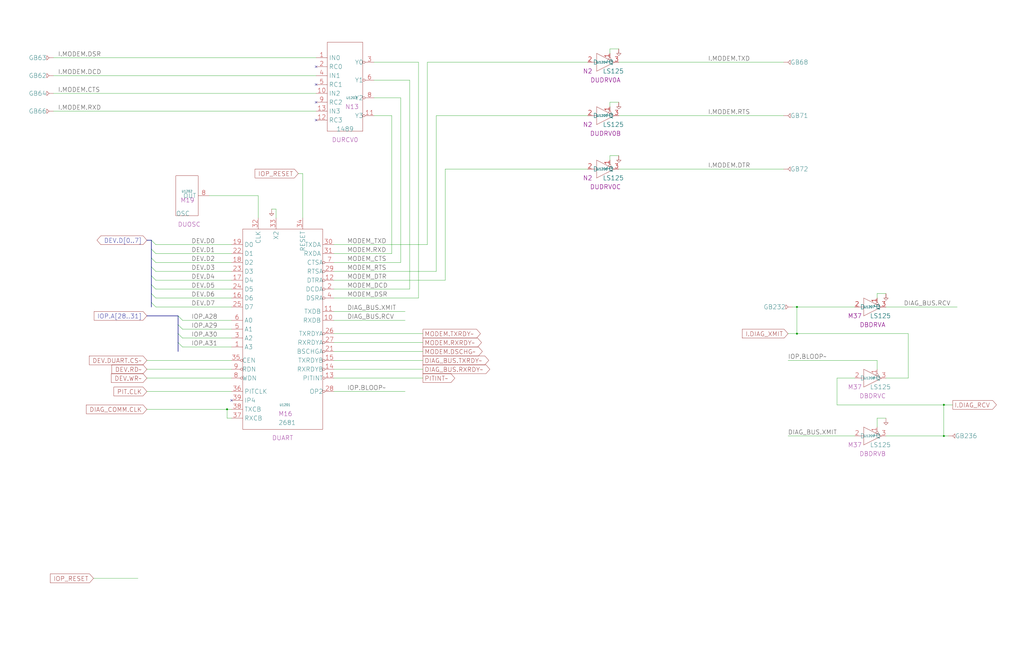
<source format=kicad_sch>
(kicad_sch (version 20250114) (generator "eeschema") (generator_version "9.0")
  (paper "User" 584.2 378.46)
  (title_block (title "DEVICES\\nPIT / MODEM / DIAG BUS") (date "22-SEP-90") (rev "2.0") (comment 1 "IOC") (comment 2 "232-003061") (comment 3 "S400") (comment 4 "RELEASED"))
  (lib_symbols
    (symbol "r1000:1489" (pin_names (offset 1.016))
      (property "Reference" "U" (at 2.54 5.08 0))
      (property "Value" "1489" (at -6.35 -12.7 0))
      (property "Location" "___" (at -1.27 0 0))
      (property "Name" "______" (at -1.27 -20.32 0))
      (symbol "1489_1_1"
        (rectangle (start -11.43 36.83) (end 8.89 -13.97))
        (circle (center 9.525 25.4) (radius 0.635))
        (circle (center 9.525 15.24) (radius 0.635))
        (circle (center 9.525 5.08) (radius 0.635))
        (circle (center 9.525 -5.08) (radius 0.635))
        (pin input line (at -17.78 27.94 0) (length 6.35) (name "IN0") (number "1"))
        (pin input line (at -17.78 22.86 0) (length 6.35) (name "RC0") (number "2"))
        (pin input line (at -17.78 17.78 0) (length 6.35) (name "IN1") (number "4"))
        (pin input line (at -17.78 12.7 0) (length 6.35) (name "RC1") (number "5"))
        (pin input line (at -17.78 7.62 0) (length 6.35) (name "IN2") (number "10"))
        (pin input line (at -17.78 2.54 0) (length 6.35) (name "RC2") (number "9"))
        (pin input line (at -17.78 -2.54 0) (length 6.35) (name "IN3") (number "13"))
        (pin input line (at -17.78 -7.62 0) (length 6.35) (name "RC3") (number "12"))
        (pin output line (at 15.24 25.4 180) (length 5.08) (name "Y0") (number "3"))
        (pin output line (at 15.24 15.24 180) (length 5.08) (name "Y1") (number "6"))
        (pin output line (at 15.24 5.08 180) (length 5.08) (name "Y2") (number "8"))
        (pin output line (at 15.24 -5.08 180) (length 5.08) (name "Y3") (number "11"))
      )
    )
    (symbol "r1000:2681" (pin_names (offset 1.016))
      (property "Reference" "U" (at 2.54 5.08 0))
      (property "Value" "2681" (at -1.27 -5.08 0))
      (property "Location" "___" (at -1.27 0 0))
      (property "Name" "______" (at 1.27 -15.24 0))
      (symbol "2681_1_1"
        (circle (center -22.225 30.48) (radius 0.635))
        (circle (center -22.225 25.4) (radius 0.635))
        (circle (center -22.225 20.32) (radius 0.635))
        (rectangle (start -21.59 105.41) (end 24.13 -8.89))
        (circle (center 24.765 86.36) (radius 0.635))
        (circle (center 24.765 81.28) (radius 0.635))
        (circle (center 24.765 76.2) (radius 0.635))
        (circle (center 24.765 71.12) (radius 0.635))
        (circle (center 24.765 66.04) (radius 0.635))
        (circle (center 24.765 45.72) (radius 0.635))
        (circle (center 24.765 40.64) (radius 0.635))
        (circle (center 24.765 35.56) (radius 0.635))
        (circle (center 24.765 30.48) (radius 0.635))
        (circle (center 24.765 25.4) (radius 0.635))
        (circle (center 24.765 20.32) (radius 0.635))
        (circle (center 24.765 12.7) (radius 0.635))
        (pin bidirectional line (at -27.94 96.52 0) (length 6.35) (name "D0") (number "19"))
        (pin bidirectional line (at -27.94 91.44 0) (length 6.35) (name "D1") (number "22"))
        (pin bidirectional line (at -27.94 86.36 0) (length 6.35) (name "D2") (number "18"))
        (pin bidirectional line (at -27.94 81.28 0) (length 6.35) (name "D3") (number "23"))
        (pin bidirectional line (at -27.94 76.2 0) (length 6.35) (name "D4") (number "17"))
        (pin bidirectional line (at -27.94 71.12 0) (length 6.35) (name "D5") (number "24"))
        (pin bidirectional line (at -27.94 66.04 0) (length 6.35) (name "D6") (number "16"))
        (pin bidirectional line (at -27.94 60.96 0) (length 6.35) (name "D7") (number "25"))
        (pin input line (at -27.94 53.34 0) (length 6.35) (name "A0") (number "6"))
        (pin input line (at -27.94 48.26 0) (length 6.35) (name "A1") (number "5"))
        (pin input line (at -27.94 43.18 0) (length 6.35) (name "A2") (number "3"))
        (pin input line (at -27.94 38.1 0) (length 6.35) (name "A3") (number "1"))
        (pin input line (at -27.94 30.48 0) (length 5.08) (name "CEN") (number "35"))
        (pin input line (at -27.94 25.4 0) (length 5.08) (name "RDN") (number "9"))
        (pin input line (at -27.94 20.32 0) (length 5.08) (name "WDN") (number "8"))
        (pin input line (at -27.94 12.7 0) (length 6.35) (name "PITCLK") (number "36"))
        (pin input line (at -27.94 7.62 0) (length 6.35) (name "IP4") (number "39"))
        (pin input line (at -27.94 2.54 0) (length 6.35) (name "TXCB") (number "38"))
        (pin input line (at -27.94 -2.54 0) (length 6.35) (name "RXCB") (number "37"))
        (pin input line (at -12.7 111.76 270) (length 6.35) (name "CLK") (number "32"))
        (pin input line (at -2.54 111.76 270) (length 6.35) (name "X2") (number "33"))
        (pin input line (at 12.7 111.76 270) (length 6.35) (name "RESET") (number "34"))
        (pin output line (at 30.48 96.52 180) (length 6.35) (name "TXDA") (number "30"))
        (pin input line (at 30.48 91.44 180) (length 6.35) (name "RXDA") (number "31"))
        (pin input line (at 30.48 86.36 180) (length 5.08) (name "CTSA") (number "7"))
        (pin output line (at 30.48 81.28 180) (length 5.08) (name "RTSA") (number "29"))
        (pin output line (at 30.48 76.2 180) (length 5.08) (name "DTRA") (number "12"))
        (pin input line (at 30.48 71.12 180) (length 5.08) (name "DCDA") (number "2"))
        (pin input line (at 30.48 66.04 180) (length 5.08) (name "DSRA") (number "4"))
        (pin output line (at 30.48 58.42 180) (length 6.35) (name "TXDB") (number "11"))
        (pin input line (at 30.48 53.34 180) (length 6.35) (name "RXDB") (number "10"))
        (pin output line (at 30.48 45.72 180) (length 5.08) (name "TXRDYA") (number "26"))
        (pin output line (at 30.48 40.64 180) (length 5.08) (name "RXRDYA") (number "27"))
        (pin output line (at 30.48 35.56 180) (length 5.08) (name "BSCHGA") (number "21"))
        (pin output line (at 30.48 30.48 180) (length 5.08) (name "TXRDYB") (number "15"))
        (pin output line (at 30.48 25.4 180) (length 5.08) (name "RXRDYB") (number "14"))
        (pin output line (at 30.48 20.32 180) (length 5.08) (name "PITINT") (number "13"))
        (pin output line (at 30.48 12.7 180) (length 5.08) (name "OP2") (number "28"))
      )
    )
    (symbol "r1000:GB" (pin_numbers (hide yes)) (pin_names (offset 0) (hide yes))
      (property "Reference" "GB" (at 3.81 0 0))
      (symbol "GB_0_1"
        (polyline (pts (xy 2.54 0) (xy 3.81 1.27) (xy 3.81 -1.27) (xy 2.54 0)) (stroke (width 0.1524)))
      )
      (symbol "GB_1_1"
        (pin bidirectional line (at 0 0 0) (length 2.54) (name "") (number "1"))
      )
    )
    (symbol "r1000:LS125"
      (property "Reference" "U" (at 0.635 0 0))
      (property "Value" "LS125" (at 6.985 -5.08 0))
      (property "Location" "___" (at -7.62 -5.08 0))
      (property "Name" "______" (at 2.54 -10.16 0))
      (symbol "LS125_0_1"
        (polyline (pts (xy -5.08 0) (xy -2.54 0)) (stroke (width 0.1524)))
        (polyline (pts (xy -2.54 5.08) (xy -2.54 -5.08)) (stroke (width 0.1524)))
        (circle (center 5.08 1.905) (radius 0.635) (stroke (width 0.1524)))
        (polyline (pts (xy 7.62 0) (xy -2.54 5.08)) (stroke (width 0.1524)))
        (polyline (pts (xy 7.62 0) (xy -2.54 -5.08)) (stroke (width 0.1524)))
      )
      (symbol "LS125_1_1"
        (pin input line (at -7.62 0 0) (length 2.54) (name "D") (number "2"))
        (pin input line (at 5.08 5.08 270) (length 2.54) (name "E") (number "1"))
        (pin tri_state line (at 10.16 0 180) (length 2.54) (name "Q") (number "3"))
      )
    )
    (symbol "r1000:OSC" (pin_names (offset 1.016))
      (property "Reference" "U" (at 2.54 5.08 0))
      (property "Value" "OSC" (at -3.81 -7.62 0))
      (property "Location" "___" (at -1.27 0 0))
      (property "Name" "______" (at 3.81 -15.24 0))
      (symbol "OSC_1_1"
        (rectangle (start -3.81 13.97) (end 8.89 -8.89))
        (pin output line (at 15.24 2.54 180) (length 6.35) (name "OUT") (number "8"))
      )
    )
    (symbol "r1000:PD" (power) (pin_numbers (hide yes)) (pin_names (hide yes)) (in_bom no)
      (symbol "PD_0_1"
        (polyline (pts (xy 0 -2.54) (xy 1.27 -2.54) (xy 0 -3.81) (xy -1.27 -2.54) (xy 0 -2.54)) (stroke (width 0.1524)))
      )
      (symbol "PD_1_1"
        (pin power_in line (at 0 0 270) (length 2.54) (name "PD") (number "1"))
      )
    )
  )
  (junction (at 454.66 175.26))
  (junction (at 454.66 190.5))
  (junction (at 538.48 248.92))
  (junction (at 129.54 233.68))
  (junction (at 538.48 231.14))
  (no_connect (at 180.34 68.58))
  (no_connect (at 132.08 228.6))
  (no_connect (at 180.34 48.26))
  (no_connect (at 180.34 58.42))
  (no_connect (at 180.34 38.1))
  (bus_entry (at 86.36 157.48) (size 2.54 2.54))
  (bus_entry (at 101.6 190.5) (size 2.54 2.54))
  (bus_entry (at 86.36 172.72) (size 2.54 2.54))
  (bus_entry (at 86.36 137.16) (size 2.54 2.54))
  (bus_entry (at 86.36 147.32) (size 2.54 2.54))
  (bus_entry (at 101.6 180.34) (size 2.54 2.54))
  (bus_entry (at 86.36 167.64) (size 2.54 2.54))
  (bus_entry (at 101.6 195.58) (size 2.54 2.54))
  (bus_entry (at 86.36 152.4) (size 2.54 2.54))
  (bus_entry (at 101.6 185.42) (size 2.54 2.54))
  (bus_entry (at 86.36 142.24) (size 2.54 2.54))
  (bus_entry (at 86.36 162.56) (size 2.54 2.54))
  (wire (pts (xy 190.5 210.82) (xy 241.3 210.82)))
  (bus (pts (xy 86.36 142.24) (xy 86.36 147.32)))
  (wire (pts (xy 190.5 195.58) (xy 241.3 195.58)))
  (wire (pts (xy 347.98 27.94) (xy 347.98 30.48)))
  (wire (pts (xy 190.5 144.78) (xy 223.52 144.78)))
  (wire (pts (xy 88.9 160.02) (xy 132.08 160.02)))
  (wire (pts (xy 248.92 66.04) (xy 248.92 154.94)))
  (bus (pts (xy 101.6 195.58) (xy 101.6 200.66)))
  (wire (pts (xy 190.5 200.66) (xy 241.3 200.66)))
  (wire (pts (xy 233.68 45.72) (xy 213.36 45.72)))
  (wire (pts (xy 238.76 35.56) (xy 238.76 170.18)))
  (wire (pts (xy 353.06 35.56) (xy 447.04 35.56)))
  (bus (pts (xy 83.82 137.16) (xy 86.36 137.16)))
  (bus (pts (xy 86.36 157.48) (xy 86.36 162.56)))
  (wire (pts (xy 452.12 175.26) (xy 454.66 175.26)))
  (wire (pts (xy 129.54 238.76) (xy 129.54 233.68)))
  (wire (pts (xy 30.48 63.5) (xy 180.34 63.5)))
  (wire (pts (xy 154.94 119.38) (xy 157.48 119.38)))
  (wire (pts (xy 104.14 193.04) (xy 132.08 193.04)))
  (wire (pts (xy 505.46 238.76) (xy 500.38 238.76)))
  (wire (pts (xy 190.5 160.02) (xy 254 160.02)))
  (wire (pts (xy 190.5 223.52) (xy 231.14 223.52)))
  (bus (pts (xy 101.6 185.42) (xy 101.6 190.5)))
  (wire (pts (xy 83.82 210.82) (xy 132.08 210.82)))
  (wire (pts (xy 30.48 43.18) (xy 180.34 43.18)))
  (wire (pts (xy 30.48 53.34) (xy 180.34 53.34)))
  (wire (pts (xy 119.38 111.76) (xy 147.32 111.76)))
  (wire (pts (xy 449.58 190.5) (xy 454.66 190.5)))
  (wire (pts (xy 223.52 144.78) (xy 223.52 66.04)))
  (wire (pts (xy 228.6 149.86) (xy 190.5 149.86)))
  (bus (pts (xy 86.36 167.64) (xy 86.36 172.72)))
  (wire (pts (xy 132.08 238.76) (xy 129.54 238.76)))
  (wire (pts (xy 83.82 233.68) (xy 129.54 233.68)))
  (wire (pts (xy 500.38 167.64) (xy 500.38 170.18)))
  (wire (pts (xy 505.46 167.64) (xy 500.38 167.64)))
  (wire (pts (xy 538.48 231.14) (xy 477.52 231.14)))
  (bus (pts (xy 101.6 180.34) (xy 101.6 185.42)))
  (wire (pts (xy 500.38 238.76) (xy 500.38 243.84)))
  (wire (pts (xy 88.9 175.26) (xy 132.08 175.26)))
  (wire (pts (xy 477.52 231.14) (xy 477.52 215.9)))
  (wire (pts (xy 104.14 187.96) (xy 132.08 187.96)))
  (wire (pts (xy 88.9 149.86) (xy 132.08 149.86)))
  (wire (pts (xy 104.14 198.12) (xy 132.08 198.12)))
  (wire (pts (xy 538.48 248.92) (xy 541.02 248.92)))
  (wire (pts (xy 454.66 175.26) (xy 454.66 190.5)))
  (bus (pts (xy 101.6 190.5) (xy 101.6 195.58)))
  (wire (pts (xy 213.36 55.88) (xy 228.6 55.88)))
  (wire (pts (xy 449.58 248.92) (xy 487.68 248.92)))
  (wire (pts (xy 83.82 223.52) (xy 132.08 223.52)))
  (wire (pts (xy 248.92 154.94) (xy 190.5 154.94)))
  (wire (pts (xy 223.52 66.04) (xy 213.36 66.04)))
  (wire (pts (xy 500.38 205.74) (xy 500.38 210.82)))
  (wire (pts (xy 88.9 154.94) (xy 132.08 154.94)))
  (wire (pts (xy 190.5 139.7) (xy 243.84 139.7)))
  (wire (pts (xy 129.54 233.68) (xy 132.08 233.68)))
  (bus (pts (xy 86.36 137.16) (xy 86.36 142.24)))
  (wire (pts (xy 243.84 35.56) (xy 335.28 35.56)))
  (wire (pts (xy 190.5 205.74) (xy 241.3 205.74)))
  (wire (pts (xy 353.06 27.94) (xy 347.98 27.94)))
  (wire (pts (xy 213.36 35.56) (xy 238.76 35.56)))
  (wire (pts (xy 518.16 190.5) (xy 518.16 215.9)))
  (bus (pts (xy 83.82 180.34) (xy 101.6 180.34)))
  (wire (pts (xy 353.06 96.52) (xy 447.04 96.52)))
  (wire (pts (xy 83.82 215.9) (xy 132.08 215.9)))
  (wire (pts (xy 190.5 190.5) (xy 241.3 190.5)))
  (wire (pts (xy 30.48 33.02) (xy 180.34 33.02)))
  (wire (pts (xy 238.76 170.18) (xy 190.5 170.18)))
  (wire (pts (xy 335.28 66.04) (xy 248.92 66.04)))
  (wire (pts (xy 83.82 205.74) (xy 132.08 205.74)))
  (wire (pts (xy 53.34 330.2) (xy 78.74 330.2)))
  (wire (pts (xy 353.06 66.04) (xy 447.04 66.04)))
  (wire (pts (xy 233.68 165.1) (xy 233.68 45.72)))
  (wire (pts (xy 505.46 175.26) (xy 546.1 175.26)))
  (wire (pts (xy 104.14 182.88) (xy 132.08 182.88)))
  (wire (pts (xy 88.9 165.1) (xy 132.08 165.1)))
  (wire (pts (xy 254 160.02) (xy 254 96.52)))
  (wire (pts (xy 88.9 170.18) (xy 132.08 170.18)))
  (wire (pts (xy 190.5 177.8) (xy 231.14 177.8)))
  (wire (pts (xy 538.48 248.92) (xy 538.48 231.14)))
  (bus (pts (xy 86.36 152.4) (xy 86.36 157.48)))
  (wire (pts (xy 170.18 99.06) (xy 172.72 99.06)))
  (wire (pts (xy 353.06 58.42) (xy 347.98 58.42)))
  (wire (pts (xy 454.66 175.26) (xy 487.68 175.26)))
  (wire (pts (xy 477.52 215.9) (xy 487.68 215.9)))
  (wire (pts (xy 254 96.52) (xy 335.28 96.52)))
  (wire (pts (xy 353.06 88.9) (xy 347.98 88.9)))
  (wire (pts (xy 449.58 205.74) (xy 500.38 205.74)))
  (bus (pts (xy 86.36 172.72) (xy 86.36 175.26)))
  (wire (pts (xy 190.5 182.88) (xy 231.14 182.88)))
  (wire (pts (xy 88.9 139.7) (xy 132.08 139.7)))
  (wire (pts (xy 505.46 248.92) (xy 538.48 248.92)))
  (bus (pts (xy 86.36 162.56) (xy 86.36 167.64)))
  (wire (pts (xy 454.66 190.5) (xy 518.16 190.5)))
  (wire (pts (xy 172.72 99.06) (xy 172.72 124.46)))
  (wire (pts (xy 347.98 88.9) (xy 347.98 91.44)))
  (wire (pts (xy 228.6 55.88) (xy 228.6 149.86)))
  (wire (pts (xy 538.48 231.14) (xy 543.56 231.14)))
  (wire (pts (xy 190.5 165.1) (xy 233.68 165.1)))
  (wire (pts (xy 347.98 58.42) (xy 347.98 60.96)))
  (bus (pts (xy 86.36 147.32) (xy 86.36 152.4)))
  (wire (pts (xy 157.48 119.38) (xy 157.48 124.46)))
  (wire (pts (xy 147.32 111.76) (xy 147.32 124.46)))
  (wire (pts (xy 190.5 215.9) (xy 241.3 215.9)))
  (wire (pts (xy 518.16 215.9) (xy 505.46 215.9)))
  (wire (pts (xy 88.9 144.78) (xy 132.08 144.78)))
  (wire (pts (xy 243.84 139.7) (xy 243.84 35.56)))
  (label "DIAG_BUS.RCV" (at 198.12 182.88 0) (effects (font (size 2.54 2.54))))
  (label "IOP.BLOOP~" (at 198.12 223.52 0) (effects (font (size 2.54 2.54))))
  (label "I.MODEM.DCD" (at 33.02 43.18 0) (effects (font (size 2.54 2.54))))
  (label "I.MODEM.DSR" (at 33.02 33.02 0) (effects (font (size 2.54 2.54))))
  (label "IOP.BLOOP~" (at 449.58 205.74 0) (effects (font (size 2.54 2.54))))
  (label "DEV.D6" (at 109.22 170.18 0) (effects (font (size 2.54 2.54))))
  (label "MODEM_RTS" (at 198.12 154.94 0) (effects (font (size 2.54 2.54))))
  (label "DIAG_BUS.XMIT" (at 449.58 248.92 0) (effects (font (size 2.54 2.54))))
  (label "MODEM_CTS" (at 198.12 149.86 0) (effects (font (size 2.54 2.54))))
  (label "I.MODEM.TXD" (at 403.86 35.56 0) (effects (font (size 2.54 2.54))))
  (label "MODEM.RXD" (at 198.12 144.78 0) (effects (font (size 2.54 2.54))))
  (label "DEV.D2" (at 109.22 149.86 0) (effects (font (size 2.54 2.54))))
  (label "I.MODEM.DTR" (at 403.86 96.52 0) (effects (font (size 2.54 2.54))))
  (label "DEV.D1" (at 109.22 144.78 0) (effects (font (size 2.54 2.54))))
  (label "DIAG_BUS.XMIT" (at 198.12 177.8 0) (effects (font (size 2.54 2.54))))
  (label "MODEM_DTR" (at 198.12 160.02 0) (effects (font (size 2.54 2.54))))
  (label "I.MODEM.CTS" (at 33.02 53.34 0) (effects (font (size 2.54 2.54))))
  (label "MODEM_DSR" (at 198.12 170.18 0) (effects (font (size 2.54 2.54))))
  (label "MODEM_DCD" (at 198.12 165.1 0) (effects (font (size 2.54 2.54))))
  (label "I.MODEM.RXD" (at 33.02 63.5 0) (effects (font (size 2.54 2.54))))
  (label "IOP.A31" (at 109.22 198.12 0) (effects (font (size 2.54 2.54))))
  (label "DEV.D5" (at 109.22 165.1 0) (effects (font (size 2.54 2.54))))
  (label "MODEM_TXD" (at 198.12 139.7 0) (effects (font (size 2.54 2.54))))
  (label "IOP.A28" (at 109.22 182.88 0) (effects (font (size 2.54 2.54))))
  (label "IOP.A29" (at 109.22 187.96 0) (effects (font (size 2.54 2.54))))
  (label "DEV.D3" (at 109.22 154.94 0) (effects (font (size 2.54 2.54))))
  (label "DEV.D0" (at 109.22 139.7 0) (effects (font (size 2.54 2.54))))
  (label "IOP.A30" (at 109.22 193.04 0) (effects (font (size 2.54 2.54))))
  (label "DIAG_BUS.RCV" (at 515.62 175.26 0) (effects (font (size 2.54 2.54))))
  (label "DEV.D4" (at 109.22 160.02 0) (effects (font (size 2.54 2.54))))
  (label "DEV.D7" (at 109.22 175.26 0) (effects (font (size 2.54 2.54))))
  (label "I.MODEM.RTS" (at 403.86 66.04 0) (effects (font (size 2.54 2.54))))
  (global_label "DIAG_COMM.CLK" (shape input) (at 83.82 233.68 180) (effects (font (size 2.54 2.54))) (property "Intersheetrefs" "${INTERSHEET_REFS}" (at 48.8587 233.5213 0) (effects (font (size 1.905 1.905)) (justify right))))
  (global_label "DEV.D[0..7]" (shape bidirectional) (at 83.82 137.16 180) (effects (font (size 2.54 2.54))) (property "Intersheetrefs" "${INTERSHEET_REFS}" (at 57.2044 137.0013 0) (effects (font (size 1.905 1.905)) (justify right))))
  (global_label "DEV.RD~" (shape input) (at 83.82 210.82 180) (effects (font (size 2.54 2.54))) (property "Intersheetrefs" "${INTERSHEET_REFS}" (at 63.494 210.6613 0) (effects (font (size 1.905 1.905)) (justify right))))
  (global_label "I.DIAG_XMIT" (shape input) (at 449.58 190.5 180) (effects (font (size 2.54 2.54))) (property "Intersheetrefs" "${INTERSHEET_REFS}" (at 423.0854 190.3413 0) (effects (font (size 1.905 1.905)) (justify right))))
  (global_label "PITINT~" (shape output) (at 241.3 215.9 0) (effects (font (size 2.54 2.54))) (property "Intersheetrefs" "${INTERSHEET_REFS}" (at 259.8118 215.7413 0) (effects (font (size 1.905 1.905)) (justify left))))
  (global_label "DIAG_BUS.RXRDY~" (shape output) (at 241.3 210.82 0) (effects (font (size 2.54 2.54))) (property "Intersheetrefs" "${INTERSHEET_REFS}" (at 279.7689 210.6613 0) (effects (font (size 1.905 1.905)) (justify left))))
  (global_label "IOP_RESET" (shape input) (at 53.34 330.2 180) (effects (font (size 2.54 2.54))) (property "Intersheetrefs" "${INTERSHEET_REFS}" (at 28.2968 330.0413 0) (effects (font (size 1.905 1.905)) (justify right))))
  (global_label "IOP_RESET" (shape input) (at 170.18 99.06 180) (effects (font (size 2.54 2.54))) (property "Intersheetrefs" "${INTERSHEET_REFS}" (at 145.1368 98.9013 0) (effects (font (size 1.905 1.905)) (justify right))))
  (global_label "PIT.CLK" (shape input) (at 83.82 223.52 180) (effects (font (size 2.54 2.54))) (property "Intersheetrefs" "${INTERSHEET_REFS}" (at 64.5825 223.3613 0) (effects (font (size 1.905 1.905)) (justify right))))
  (global_label "MODEM.TXRDY~" (shape output) (at 241.3 190.5 0) (effects (font (size 2.54 2.54))) (property "Intersheetrefs" "${INTERSHEET_REFS}" (at 274.447 190.3413 0) (effects (font (size 1.905 1.905)) (justify left))))
  (global_label "MODEM.RXRDY~" (shape output) (at 241.3 195.58 0) (effects (font (size 2.54 2.54))) (property "Intersheetrefs" "${INTERSHEET_REFS}" (at 275.0518 195.4213 0) (effects (font (size 1.905 1.905)) (justify left))))
  (global_label "DEV.DUART.CS~" (shape input) (at 83.82 205.74 180) (effects (font (size 2.54 2.54))) (property "Intersheetrefs" "${INTERSHEET_REFS}" (at 50.552 205.5813 0) (effects (font (size 1.905 1.905)) (justify right))))
  (global_label "DIAG_BUS.TXRDY~" (shape output) (at 241.3 205.74 0) (effects (font (size 2.54 2.54))) (property "Intersheetrefs" "${INTERSHEET_REFS}" (at 279.1641 205.5813 0) (effects (font (size 1.905 1.905)) (justify left))))
  (global_label "DEV.WR~" (shape input) (at 83.82 215.9 180) (effects (font (size 2.54 2.54))) (property "Intersheetrefs" "${INTERSHEET_REFS}" (at 63.1311 215.7413 0) (effects (font (size 1.905 1.905)) (justify right))))
  (global_label "I.DIAG_RCV" (shape output) (at 543.56 231.14 0) (effects (font (size 2.54 2.54))) (property "Intersheetrefs" "${INTERSHEET_REFS}" (at 568.8451 230.9813 0) (effects (font (size 1.905 1.905)) (justify left))))
  (global_label "IOP.A[28..31]" (shape input) (at 83.82 180.34 180) (effects (font (size 2.54 2.54))) (property "Intersheetrefs" "${INTERSHEET_REFS}" (at 53.334 180.1813 0) (effects (font (size 1.905 1.905)) (justify right))))
  (global_label "MODEM.DSCHG~" (shape output) (at 241.3 200.66 0) (effects (font (size 2.54 2.54))) (property "Intersheetrefs" "${INTERSHEET_REFS}" (at 275.5356 200.5013 0) (effects (font (size 1.905 1.905)) (justify left))))
  (symbol (lib_id "r1000:LS125") (at 495.3 248.92 0) (unit 1)
    (property "Reference" "U1209" (at 495.935 248.92 0))
    (property "Value" "LS125" (at 502.285 254 0) (effects (font (size 2.54 2.54))))
    (property "Location" "M37" (at 487.68 254 0) (effects (font (size 2.54 2.54))))
    (property "Name" "DBDRVB" (at 497.84 259.08 0) (effects (font (size 2.54 2.54))))
  )
  (symbol (lib_id "r1000:LS125") (at 342.9 35.56 0) (unit 1)
    (property "Reference" "U1204" (at 343.535 35.56 0))
    (property "Value" "LS125" (at 349.885 40.64 0) (effects (font (size 2.54 2.54))))
    (property "Location" "N2" (at 335.28 40.64 0) (effects (font (size 2.54 2.54))))
    (property "Name" "DUDRV0A" (at 345.44 45.72 0) (effects (font (size 2.54 2.54))))
  )
  (symbol (lib_id "r1000:OSC") (at 104.14 114.3 0) (unit 1)
    (property "Reference" "U1202" (at 106.68 109.22 0))
    (property "Value" "OSC" (at 100.33 121.92 0) (effects (font (size 2.54 2.54)) (justify left)))
    (property "Location" "M19" (at 102.87 114.3 0) (effects (font (size 2.54 2.54)) (justify left)))
    (property "Name" "DUOSC" (at 107.95 129.54 0) (effects (font (size 2.54 2.54)) (justify bottom)))
  )
  (symbol (lib_id "r1000:GB") (at 30.48 43.18 0) (mirror y) (unit 1)
    (property "Reference" "GB62" (at 26.67 43.18 0) (effects (font (size 2.54 2.54)) (justify left)))
    (property "Value" "GB" (effects (hide yes)))
  )
  (symbol (lib_id "r1000:GB") (at 30.48 63.5 0) (mirror y) (unit 1)
    (property "Reference" "GB66" (at 26.67 63.5 0) (effects (font (size 2.54 2.54)) (justify left)))
    (property "Value" "GB" (effects (hide yes)))
  )
  (symbol (lib_id "r1000:1489") (at 198.12 60.96 0) (unit 1)
    (property "Reference" "U1203" (at 200.66 55.88 0))
    (property "Value" "1489" (at 191.77 73.66 0) (effects (font (size 2.54 2.54)) (justify left)))
    (property "Location" "N13" (at 196.85 60.96 0) (effects (font (size 2.54 2.54)) (justify left)))
    (property "Name" "DURCV0" (at 196.85 81.28 0) (effects (font (size 2.54 2.54)) (justify bottom)))
  )
  (symbol (lib_id "r1000:PD") (at 353.06 88.9 0) (unit 1) (in_bom no)
    (property "Reference" "#PWR01204" (effects (hide yes)))
    (property "Value" "PD" (effects (hide yes)))
  )
  (symbol (lib_id "r1000:LS125") (at 342.9 66.04 0) (unit 1)
    (property "Reference" "U1205" (at 343.535 66.04 0))
    (property "Value" "LS125" (at 349.885 71.12 0) (effects (font (size 2.54 2.54))))
    (property "Location" "N2" (at 335.28 71.12 0) (effects (font (size 2.54 2.54))))
    (property "Name" "DUDRV0B" (at 345.44 76.2 0) (effects (font (size 2.54 2.54))))
  )
  (symbol (lib_id "r1000:GB") (at 452.12 175.26 0) (mirror y) (unit 1)
    (property "Reference" "GB232" (at 448.31 175.26 0) (effects (font (size 2.54 2.54)) (justify left)))
    (property "Value" "GB" (effects (hide yes)))
  )
  (symbol (lib_id "r1000:LS125") (at 495.3 175.26 0) (unit 1)
    (property "Reference" "U1207" (at 495.935 175.26 0))
    (property "Value" "LS125" (at 502.285 180.34 0) (effects (font (size 2.54 2.54))))
    (property "Location" "M37" (at 487.68 180.34 0) (effects (font (size 2.54 2.54))))
    (property "Name" "DBDRVA" (at 497.84 185.42 0) (effects (font (size 2.54 2.54))))
  )
  (symbol (lib_id "r1000:GB") (at 30.48 33.02 0) (mirror y) (unit 1)
    (property "Reference" "GB63" (at 26.67 33.02 0) (effects (font (size 2.54 2.54)) (justify left)))
    (property "Value" "GB" (effects (hide yes)))
  )
  (symbol (lib_id "r1000:GB") (at 30.48 53.34 0) (mirror y) (unit 1)
    (property "Reference" "GB64" (at 26.67 53.34 0) (effects (font (size 2.54 2.54)) (justify left)))
    (property "Value" "GB" (effects (hide yes)))
  )
  (symbol (lib_id "r1000:GB") (at 447.04 35.56 0) (unit 1)
    (property "Reference" "GB68" (at 450.85 35.56 0) (effects (font (size 2.54 2.54)) (justify left)))
    (property "Value" "GB" (effects (hide yes)))
  )
  (symbol (lib_id "r1000:LS125") (at 342.9 96.52 0) (unit 1)
    (property "Reference" "U1206" (at 343.535 96.52 0))
    (property "Value" "LS125" (at 349.885 101.6 0) (effects (font (size 2.54 2.54))))
    (property "Location" "N2" (at 335.28 101.6 0) (effects (font (size 2.54 2.54))))
    (property "Name" "DUDRV0C" (at 345.44 106.68 0) (effects (font (size 2.54 2.54))))
  )
  (symbol (lib_id "r1000:GB") (at 541.02 248.92 0) (unit 1)
    (property "Reference" "GB236" (at 544.83 248.92 0) (effects (font (size 2.54 2.54)) (justify left)))
    (property "Value" "GB" (effects (hide yes)))
  )
  (symbol (lib_id "r1000:PD") (at 154.94 119.38 0) (unit 1) (in_bom no)
    (property "Reference" "#PWR01201" (effects (hide yes)))
    (property "Value" "PD" (effects (hide yes)))
  )
  (symbol (lib_id "r1000:GB") (at 447.04 96.52 0) (unit 1)
    (property "Reference" "GB72" (at 450.85 96.52 0) (effects (font (size 2.54 2.54)) (justify left)))
    (property "Value" "GB" (effects (hide yes)))
  )
  (symbol (lib_id "r1000:PD") (at 505.46 167.64 0) (unit 1) (in_bom no)
    (property "Reference" "#PWR01205" (effects (hide yes)))
    (property "Value" "PD" (effects (hide yes)))
  )
  (symbol (lib_id "r1000:2681") (at 160.02 236.22 0) (unit 1)
    (property "Reference" "U1201" (at 162.56 231.14 0))
    (property "Value" "2681" (at 158.75 241.3 0) (effects (font (size 2.54 2.54)) (justify left)))
    (property "Location" "M16" (at 158.75 236.22 0) (effects (font (size 2.54 2.54)) (justify left)))
    (property "Name" "DUART" (at 161.29 251.46 0) (effects (font (size 2.54 2.54)) (justify bottom)))
  )
  (symbol (lib_id "r1000:PD") (at 353.06 27.94 0) (unit 1) (in_bom no)
    (property "Reference" "#PWR01202" (effects (hide yes)))
    (property "Value" "PD" (effects (hide yes)))
  )
  (symbol (lib_id "r1000:PD") (at 505.46 238.76 0) (unit 1) (in_bom no)
    (property "Reference" "#PWR01206" (effects (hide yes)))
    (property "Value" "PD" (effects (hide yes)))
  )
  (symbol (lib_id "r1000:LS125") (at 495.3 215.9 0) (unit 1)
    (property "Reference" "U1208" (at 495.935 215.9 0))
    (property "Value" "LS125" (at 502.285 220.98 0) (effects (font (size 2.54 2.54))))
    (property "Location" "M37" (at 487.68 220.98 0) (effects (font (size 2.54 2.54))))
    (property "Name" "DBDRVC" (at 497.84 226.06 0) (effects (font (size 2.54 2.54))))
  )
  (symbol (lib_id "r1000:GB") (at 447.04 66.04 0) (unit 1)
    (property "Reference" "GB71" (at 450.85 66.04 0) (effects (font (size 2.54 2.54)) (justify left)))
    (property "Value" "GB" (effects (hide yes)))
  )
  (symbol (lib_id "r1000:PD") (at 353.06 58.42 0) (unit 1) (in_bom no)
    (property "Reference" "#PWR01203" (effects (hide yes)))
    (property "Value" "PD" (effects (hide yes)))
  )
)
</source>
